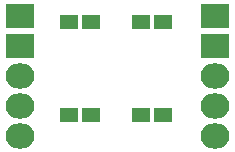
<source format=gbr>
G04 #@! TF.FileFunction,Soldermask,Bot*
%FSLAX46Y46*%
G04 Gerber Fmt 4.6, Leading zero omitted, Abs format (unit mm)*
G04 Created by KiCad (PCBNEW 4.0.1-stable) date 11/5/2016 5:28:01 PM*
%MOMM*%
G01*
G04 APERTURE LIST*
%ADD10C,0.100000*%
%ADD11R,1.600000X1.150000*%
%ADD12R,2.432000X2.127200*%
%ADD13O,2.432000X2.127200*%
G04 APERTURE END LIST*
D10*
D11*
X141544000Y-100838000D03*
X143444000Y-100838000D03*
X141544000Y-108712000D03*
X143444000Y-108712000D03*
X147640000Y-100838000D03*
X149540000Y-100838000D03*
X147640000Y-108712000D03*
X149540000Y-108712000D03*
D12*
X137414000Y-100330000D03*
X137414000Y-102870000D03*
D13*
X137414000Y-105410000D03*
X137414000Y-107950000D03*
X137414000Y-110490000D03*
D12*
X153924000Y-100330000D03*
X153924000Y-102870000D03*
D13*
X153924000Y-105410000D03*
X153924000Y-107950000D03*
X153924000Y-110490000D03*
M02*

</source>
